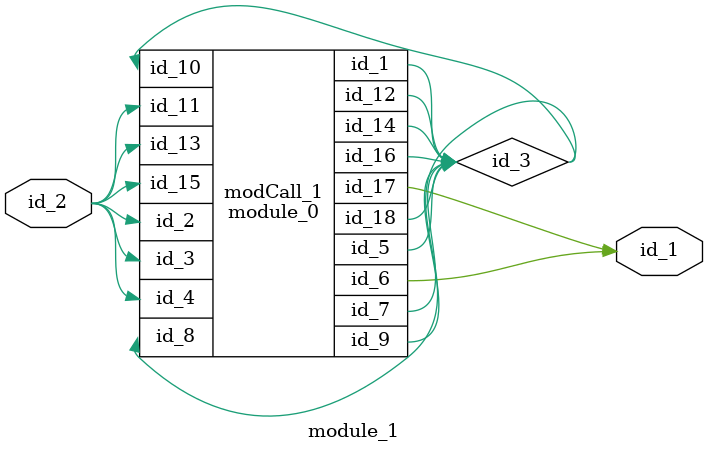
<source format=v>
module module_0 (
    id_1,
    id_2,
    id_3,
    id_4,
    id_5,
    id_6,
    id_7,
    id_8,
    id_9,
    id_10,
    id_11,
    id_12,
    id_13,
    id_14,
    id_15,
    id_16,
    id_17,
    id_18
);
  inout wire id_18;
  output wire id_17;
  inout wire id_16;
  input wire id_15;
  inout wire id_14;
  input wire id_13;
  inout wire id_12;
  input wire id_11;
  input wire id_10;
  inout wire id_9;
  input wire id_8;
  inout wire id_7;
  output wire id_6;
  inout wire id_5;
  input wire id_4;
  input wire id_3;
  input wire id_2;
  inout wire id_1;
endmodule
module module_1 (
    id_1,
    id_2
);
  input wire id_2;
  output wire id_1;
  wire id_3;
  module_0 modCall_1 (
      id_3,
      id_2,
      id_2,
      id_2,
      id_3,
      id_1,
      id_3,
      id_3,
      id_3,
      id_3,
      id_2,
      id_3,
      id_2,
      id_3,
      id_2,
      id_3,
      id_1,
      id_3
  );
endmodule

</source>
